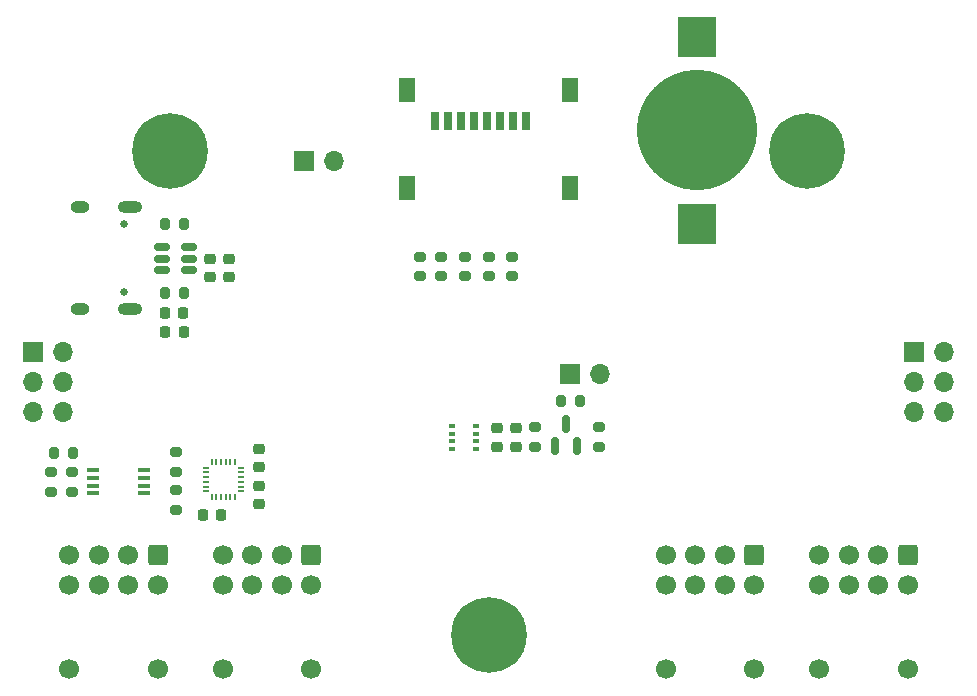
<source format=gbr>
%TF.GenerationSoftware,KiCad,Pcbnew,(6.0.2)*%
%TF.CreationDate,2022-04-01T12:33:14-04:00*%
%TF.ProjectId,ControlBoard,436f6e74-726f-46c4-926f-6172642e6b69,rev?*%
%TF.SameCoordinates,Original*%
%TF.FileFunction,Soldermask,Bot*%
%TF.FilePolarity,Negative*%
%FSLAX46Y46*%
G04 Gerber Fmt 4.6, Leading zero omitted, Abs format (unit mm)*
G04 Created by KiCad (PCBNEW (6.0.2)) date 2022-04-01 12:33:14*
%MOMM*%
%LPD*%
G01*
G04 APERTURE LIST*
G04 Aperture macros list*
%AMRoundRect*
0 Rectangle with rounded corners*
0 $1 Rounding radius*
0 $2 $3 $4 $5 $6 $7 $8 $9 X,Y pos of 4 corners*
0 Add a 4 corners polygon primitive as box body*
4,1,4,$2,$3,$4,$5,$6,$7,$8,$9,$2,$3,0*
0 Add four circle primitives for the rounded corners*
1,1,$1+$1,$2,$3*
1,1,$1+$1,$4,$5*
1,1,$1+$1,$6,$7*
1,1,$1+$1,$8,$9*
0 Add four rect primitives between the rounded corners*
20,1,$1+$1,$2,$3,$4,$5,0*
20,1,$1+$1,$4,$5,$6,$7,0*
20,1,$1+$1,$6,$7,$8,$9,0*
20,1,$1+$1,$8,$9,$2,$3,0*%
G04 Aperture macros list end*
%ADD10C,0.800000*%
%ADD11C,6.400000*%
%ADD12R,1.700000X1.700000*%
%ADD13O,1.700000X1.700000*%
%ADD14C,1.700000*%
%ADD15RoundRect,0.250000X-0.600000X0.600000X-0.600000X-0.600000X0.600000X-0.600000X0.600000X0.600000X0*%
%ADD16C,0.650000*%
%ADD17O,2.100000X1.000000*%
%ADD18O,1.600000X1.000000*%
%ADD19RoundRect,0.225000X0.225000X0.250000X-0.225000X0.250000X-0.225000X-0.250000X0.225000X-0.250000X0*%
%ADD20RoundRect,0.225000X0.250000X-0.225000X0.250000X0.225000X-0.250000X0.225000X-0.250000X-0.225000X0*%
%ADD21RoundRect,0.225000X-0.250000X0.225000X-0.250000X-0.225000X0.250000X-0.225000X0.250000X0.225000X0*%
%ADD22RoundRect,0.218750X0.218750X0.256250X-0.218750X0.256250X-0.218750X-0.256250X0.218750X-0.256250X0*%
%ADD23RoundRect,0.218750X0.256250X-0.218750X0.256250X0.218750X-0.256250X0.218750X-0.256250X-0.218750X0*%
%ADD24RoundRect,0.150000X0.150000X-0.587500X0.150000X0.587500X-0.150000X0.587500X-0.150000X-0.587500X0*%
%ADD25RoundRect,0.200000X0.200000X0.275000X-0.200000X0.275000X-0.200000X-0.275000X0.200000X-0.275000X0*%
%ADD26RoundRect,0.200000X-0.275000X0.200000X-0.275000X-0.200000X0.275000X-0.200000X0.275000X0.200000X0*%
%ADD27RoundRect,0.200000X0.275000X-0.200000X0.275000X0.200000X-0.275000X0.200000X-0.275000X-0.200000X0*%
%ADD28RoundRect,0.200000X-0.200000X-0.275000X0.200000X-0.275000X0.200000X0.275000X-0.200000X0.275000X0*%
%ADD29RoundRect,0.050000X-0.050000X0.225000X-0.050000X-0.225000X0.050000X-0.225000X0.050000X0.225000X0*%
%ADD30RoundRect,0.050000X0.225000X0.050000X-0.225000X0.050000X-0.225000X-0.050000X0.225000X-0.050000X0*%
%ADD31R,1.100000X0.400000*%
%ADD32RoundRect,0.150000X-0.512500X-0.150000X0.512500X-0.150000X0.512500X0.150000X-0.512500X0.150000X0*%
%ADD33R,3.300000X3.500000*%
%ADD34C,10.200000*%
%ADD35R,0.500000X0.350000*%
%ADD36R,0.800000X1.500000*%
%ADD37R,1.450000X2.000000*%
G04 APERTURE END LIST*
D10*
%TO.C,H1*%
X123000000Y-75400000D03*
X121302944Y-71302944D03*
X123000000Y-70600000D03*
X124697056Y-74697056D03*
X124697056Y-71302944D03*
X121302944Y-74697056D03*
X120600000Y-73000000D03*
X125400000Y-73000000D03*
D11*
X123000000Y-73000000D03*
%TD*%
D10*
%TO.C,H3*%
X150000000Y-116400000D03*
X148302944Y-115697056D03*
D11*
X150000000Y-114000000D03*
D10*
X151697056Y-115697056D03*
X148302944Y-112302944D03*
X151697056Y-112302944D03*
X147600000Y-114000000D03*
X150000000Y-111600000D03*
X152400000Y-114000000D03*
%TD*%
D12*
%TO.C,J7*%
X111460000Y-90000000D03*
D13*
X114000000Y-90000000D03*
X111460000Y-92540000D03*
X114000000Y-92540000D03*
X111460000Y-95080000D03*
X114000000Y-95080000D03*
%TD*%
D12*
%TO.C,J2*%
X186000000Y-90000000D03*
D13*
X188540000Y-90000000D03*
X186000000Y-92540000D03*
X188540000Y-92540000D03*
X186000000Y-95080000D03*
X188540000Y-95080000D03*
%TD*%
D14*
%TO.C,J3*%
X127500000Y-116880000D03*
X135000000Y-116880000D03*
D15*
X135000000Y-107200000D03*
D14*
X132500000Y-107200000D03*
X130000000Y-107200000D03*
X127500000Y-107200000D03*
X135000000Y-109700000D03*
X132500000Y-109700000D03*
X130000000Y-109700000D03*
X127500000Y-109700000D03*
%TD*%
%TO.C,J4*%
X114500000Y-116880000D03*
X122000000Y-116880000D03*
D15*
X122000000Y-107200000D03*
D14*
X119500000Y-107200000D03*
X117000000Y-107200000D03*
X114500000Y-107200000D03*
X122000000Y-109700000D03*
X119500000Y-109700000D03*
X117000000Y-109700000D03*
X114500000Y-109700000D03*
%TD*%
%TO.C,J5*%
X165000000Y-116880000D03*
X172500000Y-116880000D03*
D15*
X172500000Y-107200000D03*
D14*
X170000000Y-107200000D03*
X167500000Y-107200000D03*
X165000000Y-107200000D03*
X172500000Y-109700000D03*
X170000000Y-109700000D03*
X167500000Y-109700000D03*
X165000000Y-109700000D03*
%TD*%
%TO.C,J6*%
X185500000Y-116880000D03*
X178000000Y-116880000D03*
D15*
X185500000Y-107200000D03*
D14*
X183000000Y-107200000D03*
X180500000Y-107200000D03*
X178000000Y-107200000D03*
X185500000Y-109700000D03*
X183000000Y-109700000D03*
X180500000Y-109700000D03*
X178000000Y-109700000D03*
%TD*%
D16*
%TO.C,J8*%
X119100000Y-79160000D03*
X119100000Y-84940000D03*
D17*
X119630000Y-77730000D03*
D18*
X115450000Y-86370000D03*
D17*
X119630000Y-86370000D03*
D18*
X115450000Y-77730000D03*
%TD*%
D10*
%TO.C,H2*%
X179400000Y-73000000D03*
X174600000Y-73000000D03*
X175302944Y-71302944D03*
X177000000Y-70600000D03*
X178697056Y-74697056D03*
X178697056Y-71302944D03*
X177000000Y-75400000D03*
X175302944Y-74697056D03*
D11*
X177000000Y-73000000D03*
%TD*%
D12*
%TO.C,J11*%
X134405000Y-73840000D03*
D13*
X136945000Y-73840000D03*
%TD*%
D12*
%TO.C,J10*%
X156905000Y-91890000D03*
D13*
X159445000Y-91890000D03*
%TD*%
D19*
%TO.C,C8*%
X127387500Y-103800000D03*
X125837500Y-103800000D03*
%TD*%
D20*
%TO.C,C9*%
X130600000Y-99737500D03*
X130600000Y-98187500D03*
%TD*%
D21*
%TO.C,C13*%
X130600000Y-101337500D03*
X130600000Y-102887500D03*
%TD*%
%TO.C,C44*%
X126400000Y-82125000D03*
X126400000Y-83675000D03*
%TD*%
D22*
%TO.C,FB1*%
X124187500Y-88300000D03*
X122612500Y-88300000D03*
%TD*%
D23*
%TO.C,FB2*%
X128000000Y-83687500D03*
X128000000Y-82112500D03*
%TD*%
D24*
%TO.C,Q2*%
X157500000Y-97937500D03*
X155600000Y-97937500D03*
X156550000Y-96062500D03*
%TD*%
D25*
%TO.C,R14*%
X114862500Y-98550000D03*
X113212500Y-98550000D03*
%TD*%
D26*
%TO.C,R15*%
X114750000Y-100187500D03*
X114750000Y-101837500D03*
%TD*%
%TO.C,R16*%
X113000000Y-100187500D03*
X113000000Y-101837500D03*
%TD*%
D27*
%TO.C,R20*%
X146000000Y-83612500D03*
X146000000Y-81962500D03*
%TD*%
%TO.C,R23*%
X148000000Y-83612500D03*
X148000000Y-81962500D03*
%TD*%
D28*
%TO.C,R24*%
X122575000Y-79200000D03*
X124225000Y-79200000D03*
%TD*%
D25*
%TO.C,R25*%
X124225000Y-85000000D03*
X122575000Y-85000000D03*
%TD*%
D27*
%TO.C,R26*%
X150000000Y-83612500D03*
X150000000Y-81962500D03*
%TD*%
%TO.C,R27*%
X152000000Y-83612500D03*
X152000000Y-81962500D03*
%TD*%
D25*
%TO.C,R33*%
X157775000Y-94150000D03*
X156125000Y-94150000D03*
%TD*%
D26*
%TO.C,R34*%
X153950000Y-96387500D03*
X153950000Y-98037500D03*
%TD*%
D29*
%TO.C,U4*%
X126550000Y-99300000D03*
X126950000Y-99300000D03*
X127350000Y-99300000D03*
X127750000Y-99300000D03*
X128150000Y-99300000D03*
X128550000Y-99300000D03*
D30*
X129050000Y-99800000D03*
X129050000Y-100200000D03*
X129050000Y-100600000D03*
X129050000Y-101000000D03*
X129050000Y-101400000D03*
X129050000Y-101800000D03*
D29*
X128550000Y-102300000D03*
X128150000Y-102300000D03*
X127750000Y-102300000D03*
X127350000Y-102300000D03*
X126950000Y-102300000D03*
X126550000Y-102300000D03*
D30*
X126050000Y-101800000D03*
X126050000Y-101400000D03*
X126050000Y-101000000D03*
X126050000Y-100600000D03*
X126050000Y-100200000D03*
X126050000Y-99800000D03*
%TD*%
D31*
%TO.C,U10*%
X120850000Y-100025000D03*
X120850000Y-100675000D03*
X120850000Y-101325000D03*
X120850000Y-101975000D03*
X116550000Y-101975000D03*
X116550000Y-101325000D03*
X116550000Y-100675000D03*
X116550000Y-100025000D03*
%TD*%
D32*
%TO.C,U13*%
X122362500Y-83050000D03*
X122362500Y-82100000D03*
X122362500Y-81150000D03*
X124637500Y-81150000D03*
X124637500Y-82100000D03*
X124637500Y-83050000D03*
%TD*%
D26*
%TO.C,R13*%
X123500000Y-101712500D03*
X123500000Y-103362500D03*
%TD*%
D27*
%TO.C,R12*%
X123500000Y-100137500D03*
X123500000Y-98487500D03*
%TD*%
D33*
%TO.C,BT1*%
X167681000Y-79147000D03*
X167681000Y-63347000D03*
D34*
X167681000Y-71247000D03*
%TD*%
D26*
%TO.C,R32*%
X159350000Y-96375000D03*
X159350000Y-98025000D03*
%TD*%
D19*
%TO.C,C42*%
X124175000Y-86700000D03*
X122625000Y-86700000D03*
%TD*%
D21*
%TO.C,C21*%
X152300000Y-96462500D03*
X152300000Y-98012500D03*
%TD*%
D35*
%TO.C,U8*%
X146875000Y-96275000D03*
X146875000Y-96925000D03*
X146875000Y-97575000D03*
X146875000Y-98225000D03*
X148925000Y-98225000D03*
X148925000Y-97575000D03*
X148925000Y-96925000D03*
X148925000Y-96275000D03*
%TD*%
D21*
%TO.C,C23*%
X150700000Y-96462500D03*
X150700000Y-98012500D03*
%TD*%
D36*
%TO.C,J9*%
X153200000Y-70450000D03*
X152100000Y-70450000D03*
X151000000Y-70450000D03*
X149900000Y-70450000D03*
X148800000Y-70450000D03*
X147700000Y-70450000D03*
X146600000Y-70450000D03*
X145500000Y-70450000D03*
D37*
X156875000Y-76150000D03*
X143125000Y-67850000D03*
X156875000Y-67850000D03*
X143125000Y-76150000D03*
%TD*%
D27*
%TO.C,R39*%
X144230000Y-83595000D03*
X144230000Y-81945000D03*
%TD*%
M02*

</source>
